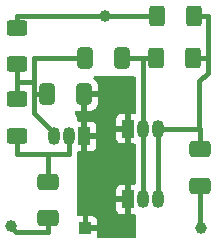
<source format=gtl>
%TF.GenerationSoftware,KiCad,Pcbnew,8.0.5*%
%TF.CreationDate,2025-01-09T17:24:21-08:00*%
%TF.ProjectId,hyperion,68797065-7269-46f6-9e2e-6b696361645f,rev?*%
%TF.SameCoordinates,Original*%
%TF.FileFunction,Copper,L1,Top*%
%TF.FilePolarity,Positive*%
%FSLAX46Y46*%
G04 Gerber Fmt 4.6, Leading zero omitted, Abs format (unit mm)*
G04 Created by KiCad (PCBNEW 8.0.5) date 2025-01-09 17:24:21*
%MOMM*%
%LPD*%
G01*
G04 APERTURE LIST*
G04 Aperture macros list*
%AMRoundRect*
0 Rectangle with rounded corners*
0 $1 Rounding radius*
0 $2 $3 $4 $5 $6 $7 $8 $9 X,Y pos of 4 corners*
0 Add a 4 corners polygon primitive as box body*
4,1,4,$2,$3,$4,$5,$6,$7,$8,$9,$2,$3,0*
0 Add four circle primitives for the rounded corners*
1,1,$1+$1,$2,$3*
1,1,$1+$1,$4,$5*
1,1,$1+$1,$6,$7*
1,1,$1+$1,$8,$9*
0 Add four rect primitives between the rounded corners*
20,1,$1+$1,$2,$3,$4,$5,0*
20,1,$1+$1,$4,$5,$6,$7,0*
20,1,$1+$1,$6,$7,$8,$9,0*
20,1,$1+$1,$8,$9,$2,$3,0*%
G04 Aperture macros list end*
%TA.AperFunction,SMDPad,CuDef*%
%ADD10RoundRect,0.250000X-0.412500X-0.650000X0.412500X-0.650000X0.412500X0.650000X-0.412500X0.650000X0*%
%TD*%
%TA.AperFunction,SMDPad,CuDef*%
%ADD11RoundRect,0.250000X0.400000X0.625000X-0.400000X0.625000X-0.400000X-0.625000X0.400000X-0.625000X0*%
%TD*%
%TA.AperFunction,SMDPad,CuDef*%
%ADD12RoundRect,0.250000X-0.625000X0.400000X-0.625000X-0.400000X0.625000X-0.400000X0.625000X0.400000X0*%
%TD*%
%TA.AperFunction,ComponentPad*%
%ADD13O,1.050000X1.500000*%
%TD*%
%TA.AperFunction,ComponentPad*%
%ADD14R,1.050000X1.500000*%
%TD*%
%TA.AperFunction,ComponentPad*%
%ADD15C,1.000000*%
%TD*%
%TA.AperFunction,ComponentPad*%
%ADD16R,1.000000X1.000000*%
%TD*%
%TA.AperFunction,SMDPad,CuDef*%
%ADD17RoundRect,0.250000X0.650000X-0.412500X0.650000X0.412500X-0.650000X0.412500X-0.650000X-0.412500X0*%
%TD*%
%TA.AperFunction,SMDPad,CuDef*%
%ADD18RoundRect,0.250000X0.625000X-0.400000X0.625000X0.400000X-0.625000X0.400000X-0.625000X-0.400000X0*%
%TD*%
%TA.AperFunction,SMDPad,CuDef*%
%ADD19RoundRect,0.250000X-0.650000X0.412500X-0.650000X-0.412500X0.650000X-0.412500X0.650000X0.412500X0*%
%TD*%
%TA.AperFunction,Conductor*%
%ADD20C,0.457200*%
%TD*%
G04 APERTURE END LIST*
D10*
%TO.P,C2,1*%
%TO.N,Net-(Q1-C)*%
X131596600Y-114300000D03*
%TO.P,C2,2*%
%TO.N,Earth*%
X134721600Y-114300000D03*
%TD*%
D11*
%TO.P,R5,1*%
%TO.N,Net-(Q2-C)*%
X143891600Y-111201200D03*
%TO.P,R5,2*%
%TO.N,Net-(Q2-B)*%
X140791600Y-111201200D03*
%TD*%
D12*
%TO.P,R2,2*%
%TO.N,Net-(Q1-B)*%
X129032000Y-117780400D03*
%TO.P,R2,1*%
%TO.N,Net-(Q1-C)*%
X129032000Y-114680400D03*
%TD*%
D13*
%TO.P,Q1,3,C*%
%TO.N,Net-(Q1-C)*%
X132181600Y-117856000D03*
%TO.P,Q1,2,B*%
%TO.N,Net-(Q1-B)*%
X133451600Y-117856000D03*
D14*
%TO.P,Q1,1,E*%
%TO.N,Earth*%
X134721600Y-117856000D03*
%TD*%
D15*
%TO.P,TP2,1,1*%
%TO.N,Net-(R3-Pad2)*%
X136499600Y-107645200D03*
%TD*%
D16*
%TO.P,TP3,1,1*%
%TO.N,Earth*%
X134825200Y-125603200D03*
%TD*%
D15*
%TO.P,TP4,1,1*%
%TO.N,Net-(C4-Pad2)*%
X144627600Y-125603200D03*
%TD*%
D14*
%TO.P,Q3,1,E*%
%TO.N,Earth*%
X138430000Y-117195600D03*
D13*
%TO.P,Q3,2,B*%
%TO.N,Net-(Q2-B)*%
X139700000Y-117195600D03*
%TO.P,Q3,3,C*%
%TO.N,Net-(Q2-C)*%
X140970000Y-117195600D03*
%TD*%
%TO.P,Q2,3,C*%
%TO.N,Net-(Q2-C)*%
X140970000Y-123190000D03*
%TO.P,Q2,2,B*%
%TO.N,Net-(Q2-B)*%
X139700000Y-123190000D03*
D14*
%TO.P,Q2,1,E*%
%TO.N,Earth*%
X138430000Y-123190000D03*
%TD*%
D10*
%TO.P,C3,2*%
%TO.N,Net-(Q2-B)*%
X137909700Y-111201200D03*
%TO.P,C3,1*%
%TO.N,Net-(Q1-C)*%
X134784700Y-111201200D03*
%TD*%
D15*
%TO.P,TP1,1,1*%
%TO.N,Net-(C1-Pad1)*%
X128524000Y-125476000D03*
%TD*%
D17*
%TO.P,C1,2*%
%TO.N,Net-(Q1-B)*%
X131622800Y-121678300D03*
%TO.P,C1,1*%
%TO.N,Net-(C1-Pad1)*%
X131622800Y-124803300D03*
%TD*%
D18*
%TO.P,R3,1*%
%TO.N,Net-(Q1-C)*%
X129032000Y-111761200D03*
%TO.P,R3,2*%
%TO.N,Net-(R3-Pad2)*%
X129032000Y-108661200D03*
%TD*%
D11*
%TO.P,R4,1*%
%TO.N,Net-(Q2-C)*%
X143993200Y-107645200D03*
%TO.P,R4,2*%
%TO.N,Net-(R3-Pad2)*%
X140893200Y-107645200D03*
%TD*%
D19*
%TO.P,C4,2*%
%TO.N,Net-(C4-Pad2)*%
X144526000Y-122034900D03*
%TO.P,C4,1*%
%TO.N,Net-(Q2-C)*%
X144526000Y-118909900D03*
%TD*%
D20*
%TO.N,Net-(C4-Pad2)*%
X144526000Y-125501600D02*
X144627600Y-125603200D01*
X144526000Y-122034900D02*
X144526000Y-125501600D01*
%TO.N,Net-(R3-Pad2)*%
X129032000Y-107645200D02*
X129032000Y-108661200D01*
X136499600Y-107645200D02*
X129032000Y-107645200D01*
X140893200Y-107645200D02*
X136499600Y-107645200D01*
%TO.N,Net-(Q2-C)*%
X145186400Y-107645200D02*
X143993200Y-107645200D01*
X145186400Y-111201200D02*
X145186400Y-107645200D01*
X145186400Y-111201200D02*
X143891600Y-111201200D01*
X145186400Y-112471200D02*
X145186400Y-111201200D01*
X144475200Y-117195600D02*
X144475200Y-113182400D01*
X144475200Y-113182400D02*
X145186400Y-112471200D01*
X144526000Y-117246400D02*
X144526000Y-118909900D01*
X144475200Y-117195600D02*
X144526000Y-117246400D01*
X140970000Y-117195600D02*
X144475200Y-117195600D01*
%TO.N,Net-(Q2-B)*%
X139700000Y-117195600D02*
X139700000Y-111201200D01*
X139700000Y-111201200D02*
X140791600Y-111201200D01*
X137909700Y-111201200D02*
X139700000Y-111201200D01*
%TO.N,Net-(Q2-C)*%
X140970000Y-123190000D02*
X140970000Y-117195600D01*
%TO.N,Net-(Q2-B)*%
X139700000Y-123190000D02*
X139700000Y-117195600D01*
%TO.N,Net-(Q1-C)*%
X130505200Y-111201200D02*
X134784700Y-111201200D01*
X130454400Y-111252000D02*
X130505200Y-111201200D01*
X130454400Y-113284000D02*
X130454400Y-111252000D01*
X131292600Y-116713000D02*
X130454400Y-115874800D01*
X132181600Y-117602000D02*
X131292600Y-116713000D01*
X130454400Y-115874800D02*
X130454400Y-114300000D01*
X132181600Y-117856000D02*
X132181600Y-117602000D01*
X129082800Y-113284000D02*
X129032000Y-113233200D01*
X130454400Y-113284000D02*
X129082800Y-113284000D01*
X129032000Y-113233200D02*
X129032000Y-111761200D01*
X129032000Y-114680400D02*
X129032000Y-113233200D01*
X130454400Y-114300000D02*
X130454400Y-113284000D01*
X131596600Y-114300000D02*
X130454400Y-114300000D01*
%TO.N,Net-(Q1-B)*%
X129032000Y-119380000D02*
X129032000Y-117780400D01*
X131622800Y-119380000D02*
X129032000Y-119380000D01*
X133451600Y-119380000D02*
X133451600Y-117856000D01*
X131622800Y-119380000D02*
X133451600Y-119380000D01*
X131622800Y-121678300D02*
X131622800Y-119380000D01*
%TO.N,Net-(C1-Pad1)*%
X128524000Y-125526800D02*
X128524000Y-125476000D01*
X128981200Y-125984000D02*
X128524000Y-125526800D01*
X131622800Y-125984000D02*
X128981200Y-125984000D01*
X131622800Y-124803300D02*
X131622800Y-125984000D01*
%TD*%
%TA.AperFunction,Conductor*%
%TO.N,Earth*%
G36*
X139032021Y-112796002D02*
G01*
X139078514Y-112849658D01*
X139089900Y-112902000D01*
X139089900Y-115811600D01*
X139069898Y-115879721D01*
X139016242Y-115926214D01*
X138963900Y-115937600D01*
X138680000Y-115937600D01*
X138680000Y-116915270D01*
X138660255Y-116895525D01*
X138574745Y-116846156D01*
X138479370Y-116820600D01*
X138380630Y-116820600D01*
X138285255Y-116846156D01*
X138199745Y-116895525D01*
X138180000Y-116915270D01*
X138180000Y-115937600D01*
X137856402Y-115937600D01*
X137795906Y-115944105D01*
X137659035Y-115995155D01*
X137659034Y-115995155D01*
X137542095Y-116082695D01*
X137454555Y-116199634D01*
X137454555Y-116199635D01*
X137403505Y-116336506D01*
X137397000Y-116397002D01*
X137397000Y-116945600D01*
X138149670Y-116945600D01*
X138129925Y-116965345D01*
X138080556Y-117050855D01*
X138055000Y-117146230D01*
X138055000Y-117244970D01*
X138080556Y-117340345D01*
X138129925Y-117425855D01*
X138149670Y-117445600D01*
X137397000Y-117445600D01*
X137397000Y-117994197D01*
X137403505Y-118054693D01*
X137454555Y-118191564D01*
X137454555Y-118191565D01*
X137542095Y-118308504D01*
X137659034Y-118396044D01*
X137795906Y-118447094D01*
X137856402Y-118453599D01*
X137856415Y-118453600D01*
X138180000Y-118453600D01*
X138180000Y-117475930D01*
X138199745Y-117495675D01*
X138285255Y-117545044D01*
X138380630Y-117570600D01*
X138479370Y-117570600D01*
X138574745Y-117545044D01*
X138660255Y-117495675D01*
X138680000Y-117475930D01*
X138680000Y-118453600D01*
X138963900Y-118453600D01*
X139032021Y-118473602D01*
X139078514Y-118527258D01*
X139089900Y-118579600D01*
X139089900Y-121806000D01*
X139069898Y-121874121D01*
X139016242Y-121920614D01*
X138963900Y-121932000D01*
X138680000Y-121932000D01*
X138680000Y-122909670D01*
X138660255Y-122889925D01*
X138574745Y-122840556D01*
X138479370Y-122815000D01*
X138380630Y-122815000D01*
X138285255Y-122840556D01*
X138199745Y-122889925D01*
X138180000Y-122909670D01*
X138180000Y-121932000D01*
X137856402Y-121932000D01*
X137795906Y-121938505D01*
X137659035Y-121989555D01*
X137659034Y-121989555D01*
X137542095Y-122077095D01*
X137454555Y-122194034D01*
X137454555Y-122194035D01*
X137403505Y-122330906D01*
X137397000Y-122391402D01*
X137397000Y-122940000D01*
X138149670Y-122940000D01*
X138129925Y-122959745D01*
X138080556Y-123045255D01*
X138055000Y-123140630D01*
X138055000Y-123239370D01*
X138080556Y-123334745D01*
X138129925Y-123420255D01*
X138149670Y-123440000D01*
X137397000Y-123440000D01*
X137397000Y-123988597D01*
X137403505Y-124049093D01*
X137454555Y-124185964D01*
X137454555Y-124185965D01*
X137542095Y-124302904D01*
X137659034Y-124390444D01*
X137795906Y-124441494D01*
X137856402Y-124447999D01*
X137856415Y-124448000D01*
X138180000Y-124448000D01*
X138180000Y-123470330D01*
X138199745Y-123490075D01*
X138285255Y-123539444D01*
X138380630Y-123565000D01*
X138479370Y-123565000D01*
X138574745Y-123539444D01*
X138660255Y-123490075D01*
X138680000Y-123470330D01*
X138680000Y-124448000D01*
X138964400Y-124448000D01*
X139032521Y-124468002D01*
X139079014Y-124521658D01*
X139090400Y-124574000D01*
X139090400Y-126366000D01*
X139070398Y-126434121D01*
X139016742Y-126480614D01*
X138964400Y-126492000D01*
X135903844Y-126492000D01*
X135835723Y-126471998D01*
X135789230Y-126418342D01*
X135779126Y-126348068D01*
X135785788Y-126321967D01*
X135826694Y-126212292D01*
X135833199Y-126151797D01*
X135833200Y-126151785D01*
X135833200Y-125853200D01*
X134874928Y-125853200D01*
X134966814Y-125815140D01*
X135037140Y-125744814D01*
X135075200Y-125652928D01*
X135075200Y-125553472D01*
X135037140Y-125461586D01*
X134966814Y-125391260D01*
X134874928Y-125353200D01*
X135075200Y-125353200D01*
X135833200Y-125353200D01*
X135833200Y-125054614D01*
X135833199Y-125054602D01*
X135826694Y-124994106D01*
X135775644Y-124857235D01*
X135775644Y-124857234D01*
X135688104Y-124740295D01*
X135571165Y-124652755D01*
X135434293Y-124601705D01*
X135373797Y-124595200D01*
X135075200Y-124595200D01*
X135075200Y-125353200D01*
X134874928Y-125353200D01*
X134775472Y-125353200D01*
X134683586Y-125391260D01*
X134613260Y-125461586D01*
X134575200Y-125553472D01*
X134575200Y-124595200D01*
X134276615Y-124595200D01*
X134276592Y-124595201D01*
X134251466Y-124597902D01*
X134181598Y-124585295D01*
X134129637Y-124536916D01*
X134112000Y-124472624D01*
X134112000Y-119240000D01*
X134132002Y-119171879D01*
X134185658Y-119125386D01*
X134238000Y-119114000D01*
X134471600Y-119114000D01*
X134471600Y-118136330D01*
X134491345Y-118156075D01*
X134576855Y-118205444D01*
X134672230Y-118231000D01*
X134770970Y-118231000D01*
X134866345Y-118205444D01*
X134951855Y-118156075D01*
X134971600Y-118136330D01*
X134971600Y-119114000D01*
X135295185Y-119114000D01*
X135295197Y-119113999D01*
X135355693Y-119107494D01*
X135492564Y-119056444D01*
X135492565Y-119056444D01*
X135609504Y-118968904D01*
X135697044Y-118851965D01*
X135697044Y-118851964D01*
X135748094Y-118715093D01*
X135754599Y-118654597D01*
X135754600Y-118654585D01*
X135754600Y-118106000D01*
X135001930Y-118106000D01*
X135021675Y-118086255D01*
X135071044Y-118000745D01*
X135096600Y-117905370D01*
X135096600Y-117806630D01*
X135071044Y-117711255D01*
X135021675Y-117625745D01*
X135001930Y-117606000D01*
X135754600Y-117606000D01*
X135754600Y-117057414D01*
X135754599Y-117057402D01*
X135748094Y-116996906D01*
X135697044Y-116860035D01*
X135697044Y-116860034D01*
X135609504Y-116743095D01*
X135492565Y-116655555D01*
X135355693Y-116604505D01*
X135295197Y-116598000D01*
X134971600Y-116598000D01*
X134971600Y-117575670D01*
X134951855Y-117555925D01*
X134866345Y-117506556D01*
X134770970Y-117481000D01*
X134672230Y-117481000D01*
X134576855Y-117506556D01*
X134491345Y-117555925D01*
X134471600Y-117575670D01*
X134471600Y-116598000D01*
X134238000Y-116598000D01*
X134169879Y-116577998D01*
X134123386Y-116524342D01*
X134112000Y-116472000D01*
X134112000Y-116332001D01*
X133962809Y-115944105D01*
X133921645Y-115837079D01*
X133915861Y-115766320D01*
X133949251Y-115703665D01*
X134011214Y-115669007D01*
X134078881Y-115672245D01*
X134154769Y-115697392D01*
X134154781Y-115697394D01*
X134258583Y-115707999D01*
X134258583Y-115708000D01*
X134471600Y-115708000D01*
X134971600Y-115708000D01*
X135184617Y-115708000D01*
X135184616Y-115707999D01*
X135288418Y-115697394D01*
X135288421Y-115697393D01*
X135456625Y-115641657D01*
X135607439Y-115548634D01*
X135607445Y-115548629D01*
X135732729Y-115423345D01*
X135732734Y-115423339D01*
X135825757Y-115272525D01*
X135881493Y-115104321D01*
X135881494Y-115104318D01*
X135892099Y-115000516D01*
X135892100Y-115000516D01*
X135892100Y-114550000D01*
X134971600Y-114550000D01*
X134971600Y-115708000D01*
X134471600Y-115708000D01*
X134471600Y-114176000D01*
X134491602Y-114107879D01*
X134545258Y-114061386D01*
X134597600Y-114050000D01*
X135892100Y-114050000D01*
X135892100Y-113599483D01*
X135881494Y-113495681D01*
X135881493Y-113495678D01*
X135825757Y-113327474D01*
X135732734Y-113176660D01*
X135732729Y-113176654D01*
X135607445Y-113051370D01*
X135607436Y-113051363D01*
X135539145Y-113009241D01*
X135491666Y-112956455D01*
X135480263Y-112886381D01*
X135508555Y-112821265D01*
X135567560Y-112781782D01*
X135605291Y-112776000D01*
X138963900Y-112776000D01*
X139032021Y-112796002D01*
G37*
%TD.AperFunction*%
%TA.AperFunction,Conductor*%
G36*
X134613260Y-125744814D02*
G01*
X134683586Y-125815140D01*
X134775472Y-125853200D01*
X134701200Y-125853200D01*
X134633079Y-125833198D01*
X134586586Y-125779542D01*
X134575200Y-125727200D01*
X134575200Y-125652928D01*
X134613260Y-125744814D01*
G37*
%TD.AperFunction*%
%TD*%
M02*

</source>
